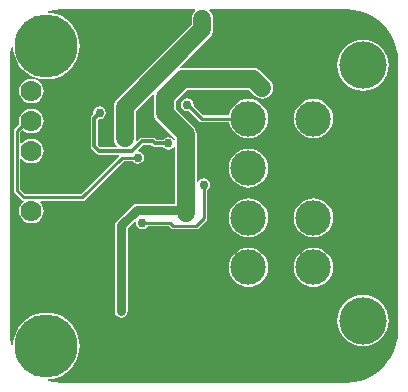
<source format=gbl>
%FSLAX25Y25*%
%MOIN*%
G70*
G01*
G75*
G04 Layer_Physical_Order=2*
G04 Layer_Color=16711680*
%ADD10R,0.05315X0.04528*%
%ADD11R,0.03150X0.05906*%
%ADD12R,0.03937X0.03937*%
%ADD13R,0.03543X0.03937*%
%ADD14R,0.03150X0.01181*%
%ADD15R,0.07000X0.08500*%
%ADD16R,0.03937X0.03543*%
%ADD17R,0.03740X0.07480*%
%ADD18R,0.26772X0.27165*%
%ADD19R,0.03937X0.03937*%
%ADD20R,0.09449X0.12992*%
%ADD21R,0.09449X0.03937*%
%ADD22O,0.08268X0.02362*%
%ADD23R,0.06693X0.04134*%
%ADD24R,0.02165X0.04134*%
%ADD25R,0.01575X0.04921*%
%ADD26R,0.04528X0.05315*%
%ADD27C,0.01000*%
%ADD28C,0.01200*%
%ADD29C,0.01500*%
%ADD30C,0.03000*%
%ADD31C,0.02500*%
%ADD32C,0.02000*%
%ADD33C,0.07000*%
%ADD34C,0.21000*%
%ADD35C,0.11811*%
%ADD36C,0.15748*%
%ADD37C,0.03000*%
%ADD38C,0.06000*%
G36*
X35954Y83650D02*
X35869Y83000D01*
Y77500D01*
X35993Y76560D01*
X36355Y75684D01*
X36933Y74932D01*
X42717Y69148D01*
X42596Y68663D01*
X42390Y68600D01*
X42114Y69014D01*
X41419Y69478D01*
X40600Y69641D01*
X39781Y69478D01*
X39086Y69014D01*
X38892Y68723D01*
X36707D01*
X36365Y69065D01*
X35968Y69330D01*
X35500Y69424D01*
X31700D01*
X31232Y69330D01*
X30835Y69065D01*
X30150Y68381D01*
X29702Y68602D01*
X29781Y69200D01*
Y78146D01*
X35506Y83871D01*
X35954Y83650D01*
D02*
G37*
G36*
X102250Y112090D02*
X104461Y111650D01*
X106596Y110925D01*
X108618Y109928D01*
X110493Y108675D01*
X112188Y107188D01*
X113675Y105493D01*
X114928Y103619D01*
X115925Y101596D01*
X116650Y99461D01*
X117089Y97250D01*
X117233Y95054D01*
X117226Y95000D01*
X117226Y95000D01*
Y5000D01*
X117233Y4946D01*
X117089Y2750D01*
X116650Y539D01*
X115925Y-1596D01*
X114928Y-3618D01*
X113675Y-5493D01*
X112188Y-7188D01*
X110493Y-8675D01*
X108618Y-9928D01*
X106596Y-10925D01*
X104461Y-11650D01*
X102250Y-12089D01*
X100054Y-12233D01*
X100000Y-12226D01*
X100000Y-12226D01*
X5000D01*
X5000Y-12226D01*
X4946Y-12233D01*
X2750Y-12089D01*
X539Y-11650D01*
X380Y-11596D01*
X442Y-11100D01*
X1742Y-10997D01*
X3441Y-10589D01*
X5055Y-9921D01*
X6545Y-9008D01*
X7873Y-7873D01*
X9008Y-6545D01*
X9921Y-5055D01*
X10589Y-3441D01*
X10997Y-1742D01*
X11134Y0D01*
X10997Y1742D01*
X10589Y3441D01*
X9921Y5055D01*
X9008Y6545D01*
X7873Y7873D01*
X6545Y9008D01*
X5055Y9921D01*
X3441Y10589D01*
X1742Y10997D01*
X0Y11134D01*
X-1742Y10997D01*
X-3441Y10589D01*
X-5055Y9921D01*
X-6545Y9008D01*
X-7873Y7873D01*
X-9008Y6545D01*
X-9921Y5055D01*
X-10589Y3441D01*
X-10997Y1742D01*
X-11100Y442D01*
X-11596Y380D01*
X-11650Y539D01*
X-12089Y2750D01*
X-12233Y4946D01*
X-12226Y5000D01*
Y95000D01*
X-12226Y95000D01*
X-12233Y95054D01*
X-12089Y97250D01*
X-11650Y99461D01*
X-11596Y99620D01*
X-11100Y99558D01*
X-10997Y98258D01*
X-10589Y96559D01*
X-9921Y94945D01*
X-9008Y93455D01*
X-7873Y92127D01*
X-6545Y90992D01*
X-5055Y90079D01*
X-3441Y89411D01*
X-1742Y89003D01*
X0Y88866D01*
X1742Y89003D01*
X3441Y89411D01*
X5055Y90079D01*
X6545Y90992D01*
X7873Y92127D01*
X9008Y93455D01*
X9921Y94945D01*
X10589Y96559D01*
X10997Y98258D01*
X11134Y100000D01*
X10997Y101742D01*
X10589Y103441D01*
X9921Y105055D01*
X9008Y106545D01*
X7873Y107873D01*
X6545Y109008D01*
X5055Y109921D01*
X3441Y110589D01*
X1742Y110997D01*
X442Y111100D01*
X380Y111596D01*
X539Y111650D01*
X2750Y112090D01*
X4946Y112233D01*
X5000Y112226D01*
X49513D01*
X49674Y111753D01*
X49433Y111568D01*
X48855Y110816D01*
X48493Y109940D01*
X48369Y109000D01*
Y107004D01*
X23582Y82217D01*
X23005Y81465D01*
X22642Y80589D01*
X22519Y79650D01*
Y69200D01*
X22642Y68260D01*
X23005Y67384D01*
X23552Y66672D01*
X23331Y66224D01*
X18007D01*
X17223Y67007D01*
Y75260D01*
X17610Y75577D01*
X17700Y75559D01*
X18519Y75722D01*
X19214Y76186D01*
X19678Y76881D01*
X19841Y77700D01*
X19678Y78519D01*
X19214Y79214D01*
X18519Y79678D01*
X17700Y79841D01*
X16881Y79678D01*
X16186Y79214D01*
X15722Y78519D01*
X15559Y77700D01*
X15627Y77357D01*
X15135Y76865D01*
X14870Y76468D01*
X14776Y76000D01*
Y66500D01*
X14776Y66500D01*
X14776D01*
X14870Y66032D01*
X15135Y65635D01*
X16635Y64135D01*
X17032Y63870D01*
X17500Y63776D01*
X24037D01*
X24228Y63314D01*
X11535Y50622D01*
X-2644D01*
X-2665Y50636D01*
X-3095Y50722D01*
X-3095Y50722D01*
X-6905D01*
X-6905Y50722D01*
X-7097Y50683D01*
X-8678Y52265D01*
Y62281D01*
X-8205Y62442D01*
X-7924Y62076D01*
X-7068Y61419D01*
X-6070Y61006D01*
X-5000Y60865D01*
X-3930Y61006D01*
X-2932Y61419D01*
X-2076Y62076D01*
X-1419Y62932D01*
X-1005Y63930D01*
X-865Y65000D01*
X-1005Y66070D01*
X-1419Y67068D01*
X-2076Y67924D01*
X-2932Y68581D01*
X-3930Y68994D01*
X-5000Y69135D01*
X-6070Y68994D01*
X-7068Y68581D01*
X-7924Y67924D01*
X-8205Y67558D01*
X-8678Y67719D01*
Y71235D01*
X-7875Y72039D01*
X-7068Y71419D01*
X-6070Y71005D01*
X-5000Y70865D01*
X-3930Y71005D01*
X-2932Y71419D01*
X-2076Y72076D01*
X-1419Y72932D01*
X-1005Y73930D01*
X-865Y75000D01*
X-1005Y76070D01*
X-1419Y77068D01*
X-2076Y77924D01*
X-2932Y78581D01*
X-3930Y78995D01*
X-5000Y79135D01*
X-6070Y78995D01*
X-7068Y78581D01*
X-7924Y77924D01*
X-8581Y77068D01*
X-8995Y76070D01*
X-9135Y75000D01*
X-9013Y74073D01*
X-10593Y72493D01*
X-10836Y72129D01*
X-10922Y71700D01*
X-10922Y71700D01*
Y51800D01*
X-10922Y51800D01*
X-10836Y51371D01*
X-10593Y51007D01*
X-8293Y48707D01*
X-8293Y48707D01*
X-7929Y48464D01*
X-7929Y48464D01*
D01*
D01*
Y48464D01*
X-7929Y48464D01*
X-7478Y48267D01*
X-7924Y47924D01*
X-8581Y47068D01*
X-8995Y46070D01*
X-9135Y45000D01*
X-8995Y43930D01*
X-8581Y42932D01*
X-7924Y42076D01*
X-7068Y41419D01*
X-6070Y41006D01*
X-5000Y40865D01*
X-3930Y41006D01*
X-2932Y41419D01*
X-2076Y42076D01*
X-1419Y42932D01*
X-1005Y43930D01*
X-865Y45000D01*
X-1005Y46070D01*
X-1419Y47068D01*
X-2076Y47924D01*
X-1922Y48378D01*
X12000D01*
X12000Y48378D01*
X12429Y48464D01*
X12793Y48707D01*
X25765Y61678D01*
X28724D01*
X28986Y61286D01*
X29681Y60822D01*
X30500Y60659D01*
X31319Y60822D01*
X32014Y61286D01*
X32478Y61981D01*
X32641Y62800D01*
X32478Y63619D01*
X32014Y64314D01*
X31319Y64778D01*
X30746Y64892D01*
X30601Y65371D01*
X32207Y66976D01*
X34993D01*
X35335Y66635D01*
X35732Y66370D01*
X36200Y66277D01*
X38892D01*
X39086Y65986D01*
X39781Y65522D01*
X40600Y65359D01*
X41419Y65522D01*
X42114Y65986D01*
X42390Y66400D01*
X42869Y66255D01*
Y60660D01*
X42769Y59900D01*
Y47441D01*
X30100D01*
X29281Y47278D01*
X28586Y46814D01*
X23486Y41714D01*
X23022Y41019D01*
X22859Y40200D01*
Y11500D01*
X22859Y11500D01*
X22859D01*
X23022Y10681D01*
X23486Y9986D01*
X24181Y9522D01*
X25000Y9359D01*
X25819Y9522D01*
X26514Y9986D01*
X26978Y10681D01*
X27141Y11500D01*
Y39313D01*
X29506Y41678D01*
X29947Y41442D01*
X29859Y41000D01*
X30022Y40181D01*
X30486Y39486D01*
X31181Y39022D01*
X32000Y38859D01*
X32819Y39022D01*
X33514Y39486D01*
X33843Y39978D01*
X40735D01*
X41507Y39207D01*
X41507Y39207D01*
X41871Y38964D01*
X41871Y38964D01*
X41871Y38964D01*
D01*
X41871Y38964D01*
X41871Y38964D01*
X42300Y38878D01*
X50000D01*
X50000Y38878D01*
X50429Y38964D01*
X50793Y39207D01*
X53293Y41707D01*
X53293Y41707D01*
X53536Y42071D01*
X53622Y42500D01*
Y52024D01*
X54014Y52286D01*
X54478Y52981D01*
X54641Y53800D01*
X54478Y54619D01*
X54014Y55314D01*
X53319Y55778D01*
X52500Y55941D01*
X51681Y55778D01*
X50986Y55314D01*
X50522Y54619D01*
X50031Y54717D01*
Y59240D01*
X50131Y60000D01*
X50131Y60000D01*
X50131Y60000D01*
Y60000D01*
Y70500D01*
X50007Y71440D01*
X49645Y72316D01*
X49068Y73068D01*
X49068Y73068D01*
X43131Y79004D01*
Y81496D01*
X47004Y85369D01*
X67496D01*
X69432Y83432D01*
X70184Y82855D01*
X71060Y82493D01*
X72000Y82369D01*
X72940Y82493D01*
X73816Y82855D01*
X74568Y83432D01*
X75145Y84184D01*
X75507Y85060D01*
X75631Y86000D01*
X75507Y86940D01*
X75145Y87815D01*
X74568Y88568D01*
X71568Y91568D01*
X70815Y92145D01*
X69940Y92507D01*
X69000Y92631D01*
X45500D01*
X44850Y92545D01*
X44629Y92994D01*
X54567Y102932D01*
X54568Y102932D01*
X55145Y103684D01*
X55295Y104047D01*
X55507Y104560D01*
X55631Y105500D01*
X55631Y105500D01*
Y109000D01*
X55507Y109940D01*
X55145Y110816D01*
X54568Y111568D01*
X54326Y111753D01*
X54487Y112226D01*
X100000D01*
X100054Y112233D01*
X102250Y112090D01*
D02*
G37*
%LPC*%
G36*
X67347Y49269D02*
X66071Y49144D01*
X64845Y48772D01*
X63715Y48168D01*
X62724Y47355D01*
X61911Y46364D01*
X61307Y45234D01*
X60935Y44008D01*
X60809Y42732D01*
X60935Y41457D01*
X61307Y40231D01*
X61911Y39101D01*
X62724Y38110D01*
X63715Y37297D01*
X64845Y36693D01*
X66071Y36321D01*
X67347Y36195D01*
X68622Y36321D01*
X69848Y36693D01*
X70978Y37297D01*
X71969Y38110D01*
X72782Y39101D01*
X73386Y40231D01*
X73758Y41457D01*
X73883Y42732D01*
X73758Y44008D01*
X73386Y45234D01*
X72782Y46364D01*
X71969Y47355D01*
X70978Y48168D01*
X69848Y48772D01*
X68622Y49144D01*
X67347Y49269D01*
D02*
G37*
G36*
X89000D02*
X87725Y49144D01*
X86498Y48772D01*
X85368Y48168D01*
X84378Y47355D01*
X83565Y46364D01*
X82961Y45234D01*
X82589Y44008D01*
X82463Y42732D01*
X82589Y41457D01*
X82961Y40231D01*
X83565Y39101D01*
X84378Y38110D01*
X85368Y37297D01*
X86498Y36693D01*
X87725Y36321D01*
X89000Y36195D01*
X90275Y36321D01*
X91502Y36693D01*
X92632Y37297D01*
X93622Y38110D01*
X94435Y39101D01*
X95039Y40231D01*
X95411Y41457D01*
X95537Y42732D01*
X95411Y44008D01*
X95039Y45234D01*
X94435Y46364D01*
X93622Y47355D01*
X92632Y48168D01*
X91502Y48772D01*
X90275Y49144D01*
X89000Y49269D01*
D02*
G37*
G36*
Y32734D02*
X87725Y32608D01*
X86498Y32236D01*
X85368Y31632D01*
X84378Y30819D01*
X83565Y29829D01*
X82961Y28699D01*
X82589Y27472D01*
X82463Y26197D01*
X82589Y24922D01*
X82961Y23695D01*
X83565Y22565D01*
X84378Y21575D01*
X85368Y20762D01*
X86498Y20157D01*
X87725Y19785D01*
X89000Y19660D01*
X90275Y19785D01*
X91502Y20157D01*
X92632Y20762D01*
X93622Y21575D01*
X94435Y22565D01*
X95039Y23695D01*
X95411Y24922D01*
X95537Y26197D01*
X95411Y27472D01*
X95039Y28699D01*
X94435Y29829D01*
X93622Y30819D01*
X92632Y31632D01*
X91502Y32236D01*
X90275Y32608D01*
X89000Y32734D01*
D02*
G37*
G36*
X105535Y16995D02*
X103874Y16832D01*
X102277Y16347D01*
X100805Y15560D01*
X99514Y14501D01*
X98456Y13211D01*
X97669Y11739D01*
X97184Y10142D01*
X97020Y8480D01*
X97184Y6819D01*
X97669Y5222D01*
X98456Y3750D01*
X99514Y2459D01*
X100805Y1400D01*
X102277Y613D01*
X103874Y129D01*
X105535Y-35D01*
X107197Y129D01*
X108794Y613D01*
X110266Y1400D01*
X111556Y2459D01*
X112615Y3750D01*
X113402Y5222D01*
X113887Y6819D01*
X114050Y8480D01*
X113887Y10142D01*
X113402Y11739D01*
X112615Y13211D01*
X111556Y14501D01*
X110266Y15560D01*
X108794Y16347D01*
X107197Y16832D01*
X105535Y16995D01*
D02*
G37*
G36*
X67347Y32734D02*
X66071Y32608D01*
X64845Y32236D01*
X63715Y31632D01*
X62724Y30819D01*
X61911Y29829D01*
X61307Y28699D01*
X60935Y27472D01*
X60809Y26197D01*
X60935Y24922D01*
X61307Y23695D01*
X61911Y22565D01*
X62724Y21575D01*
X63715Y20762D01*
X64845Y20157D01*
X66071Y19785D01*
X67347Y19660D01*
X68622Y19785D01*
X69848Y20157D01*
X70978Y20762D01*
X71969Y21575D01*
X72782Y22565D01*
X73386Y23695D01*
X73758Y24922D01*
X73883Y26197D01*
X73758Y27472D01*
X73386Y28699D01*
X72782Y29829D01*
X71969Y30819D01*
X70978Y31632D01*
X69848Y32236D01*
X68622Y32608D01*
X67347Y32734D01*
D02*
G37*
G36*
X89000Y82340D02*
X87725Y82214D01*
X86498Y81842D01*
X85368Y81239D01*
X84378Y80426D01*
X83565Y79435D01*
X82961Y78305D01*
X82589Y77078D01*
X82463Y75803D01*
X82589Y74528D01*
X82961Y73302D01*
X83565Y72171D01*
X84378Y71181D01*
X85368Y70368D01*
X86498Y69764D01*
X87725Y69392D01*
X89000Y69266D01*
X90275Y69392D01*
X91502Y69764D01*
X92632Y70368D01*
X93622Y71181D01*
X94435Y72171D01*
X95039Y73302D01*
X95411Y74528D01*
X95537Y75803D01*
X95411Y77078D01*
X95039Y78305D01*
X94435Y79435D01*
X93622Y80426D01*
X92632Y81239D01*
X91502Y81842D01*
X90275Y82214D01*
X89000Y82340D01*
D02*
G37*
G36*
X-5000Y89135D02*
X-6070Y88994D01*
X-7068Y88581D01*
X-7924Y87924D01*
X-8581Y87068D01*
X-8995Y86070D01*
X-9135Y85000D01*
X-8995Y83930D01*
X-8581Y82932D01*
X-7924Y82076D01*
X-7068Y81419D01*
X-6070Y81006D01*
X-5000Y80865D01*
X-3930Y81006D01*
X-2932Y81419D01*
X-2076Y82076D01*
X-1419Y82932D01*
X-1005Y83930D01*
X-865Y85000D01*
X-1005Y86070D01*
X-1419Y87068D01*
X-2076Y87924D01*
X-2932Y88581D01*
X-3930Y88994D01*
X-5000Y89135D01*
D02*
G37*
G36*
X47000Y82541D02*
X46181Y82378D01*
X45486Y81914D01*
X45022Y81219D01*
X44859Y80400D01*
X45022Y79581D01*
X45486Y78886D01*
X46181Y78422D01*
X47000Y78259D01*
X47546Y78368D01*
X50904Y75010D01*
X50904Y75010D01*
X51268Y74767D01*
X51697Y74682D01*
X51697Y74682D01*
X60920D01*
X60935Y74528D01*
X61307Y73302D01*
X61911Y72171D01*
X62724Y71181D01*
X63715Y70368D01*
X64845Y69764D01*
X66071Y69392D01*
X67347Y69266D01*
X68622Y69392D01*
X69848Y69764D01*
X70978Y70368D01*
X71969Y71181D01*
X72782Y72171D01*
X73386Y73302D01*
X73758Y74528D01*
X73883Y75803D01*
X73758Y77078D01*
X73386Y78305D01*
X72782Y79435D01*
X71969Y80426D01*
X70978Y81239D01*
X69848Y81842D01*
X68622Y82214D01*
X67347Y82340D01*
X66071Y82214D01*
X64845Y81842D01*
X63715Y81239D01*
X62724Y80426D01*
X61911Y79435D01*
X61307Y78305D01*
X60935Y77078D01*
X60920Y76925D01*
X52161D01*
X49066Y80020D01*
X49141Y80400D01*
X48978Y81219D01*
X48514Y81914D01*
X47819Y82378D01*
X47000Y82541D01*
D02*
G37*
G36*
X67347Y65805D02*
X66071Y65679D01*
X64845Y65307D01*
X63715Y64703D01*
X62724Y63890D01*
X61911Y62900D01*
X61307Y61769D01*
X60935Y60543D01*
X60809Y59268D01*
X60935Y57992D01*
X61307Y56766D01*
X61911Y55636D01*
X62724Y54645D01*
X63715Y53832D01*
X64845Y53228D01*
X66071Y52856D01*
X67347Y52731D01*
X68622Y52856D01*
X69848Y53228D01*
X70978Y53832D01*
X71969Y54645D01*
X72782Y55636D01*
X73386Y56766D01*
X73758Y57992D01*
X73883Y59268D01*
X73758Y60543D01*
X73386Y61769D01*
X72782Y62900D01*
X71969Y63890D01*
X70978Y64703D01*
X69848Y65307D01*
X68622Y65679D01*
X67347Y65805D01*
D02*
G37*
G36*
X105535Y102035D02*
X103874Y101871D01*
X102277Y101386D01*
X100805Y100600D01*
X99514Y99541D01*
X98456Y98250D01*
X97669Y96778D01*
X97184Y95181D01*
X97020Y93520D01*
X97184Y91859D01*
X97669Y90261D01*
X98456Y88789D01*
X99514Y87499D01*
X100805Y86440D01*
X102277Y85653D01*
X103874Y85168D01*
X105535Y85005D01*
X107197Y85168D01*
X108794Y85653D01*
X110266Y86440D01*
X111556Y87499D01*
X112615Y88789D01*
X113402Y90261D01*
X113887Y91859D01*
X114050Y93520D01*
X113887Y95181D01*
X113402Y96778D01*
X112615Y98250D01*
X111556Y99541D01*
X110266Y100600D01*
X108794Y101386D01*
X107197Y101871D01*
X105535Y102035D01*
D02*
G37*
%LPD*%
D27*
X-9800Y71700D02*
X-6500Y75000D01*
X-9800Y51800D02*
Y71700D01*
Y51800D02*
X-7500Y49500D01*
X42300Y40000D02*
X50000D01*
X41200Y41100D02*
X42300Y40000D01*
X32600Y41100D02*
X41200D01*
X32000Y40500D02*
X32600Y41100D01*
X47000Y80500D02*
X51697Y75803D01*
X47000Y80400D02*
Y80500D01*
X25300Y62800D02*
X30500D01*
X12000Y49500D02*
X25300Y62800D01*
X30500Y62580D02*
Y62800D01*
X52500Y42500D02*
Y53800D01*
X50000Y40000D02*
X52500Y42500D01*
X51697Y75803D02*
X67347D01*
X-2995Y49500D02*
X12000D01*
X-3095Y49600D02*
X-2995Y49500D01*
X-6905Y49600D02*
X-3095D01*
X-7005Y49500D02*
X-6905Y49600D01*
X-7500Y49500D02*
X-7005D01*
X-6500Y75000D02*
X-5000D01*
D28*
X36200Y67500D02*
X40600D01*
X35500Y68200D02*
X36200Y67500D01*
X31700Y68200D02*
X35500D01*
X28500Y65000D02*
X31700Y68200D01*
X16000Y76000D02*
X17700Y77700D01*
X17500Y65000D02*
X28500D01*
X16000Y66500D02*
Y76000D01*
Y66500D02*
X17500Y65000D01*
D30*
X44600Y45300D02*
X46200Y43700D01*
X30100Y45300D02*
X44600D01*
X25000Y40200D02*
X30100Y45300D01*
X25000Y11500D02*
Y40200D01*
D33*
X-5000Y45000D02*
D03*
Y85000D02*
D03*
Y65000D02*
D03*
Y75000D02*
D03*
Y55000D02*
D03*
D34*
X0Y0D02*
D03*
Y100000D02*
D03*
D35*
X67347Y75803D02*
D03*
Y59268D02*
D03*
Y42732D02*
D03*
X89000Y26197D02*
D03*
Y59268D02*
D03*
Y75803D02*
D03*
Y42732D02*
D03*
X67347Y26197D02*
D03*
D36*
X105535Y93520D02*
D03*
Y8480D02*
D03*
D37*
X40600Y67500D02*
D03*
X47000Y80400D02*
D03*
X17700Y77700D02*
D03*
X30500Y62800D02*
D03*
X33500Y65000D02*
D03*
X52500Y53800D02*
D03*
X46200Y43700D02*
D03*
X32000Y41000D02*
D03*
X90000Y94000D02*
D03*
Y108000D02*
D03*
X27500Y98500D02*
D03*
Y108000D02*
D03*
X34000Y49500D02*
D03*
X25000Y11500D02*
D03*
X72000Y86000D02*
D03*
X52000Y105500D02*
D03*
Y109000D02*
D03*
X26150Y68500D02*
D03*
X19000D02*
D03*
D38*
X46400Y44200D02*
Y59900D01*
X46500Y60000D01*
Y70500D01*
X39500Y77500D02*
X46500Y70500D01*
X39500Y77500D02*
Y83000D01*
X45500Y89000D01*
X69000D01*
X72000Y86000D01*
X26150Y69200D02*
Y79650D01*
X52000Y105500D01*
Y109000D01*
M02*

</source>
